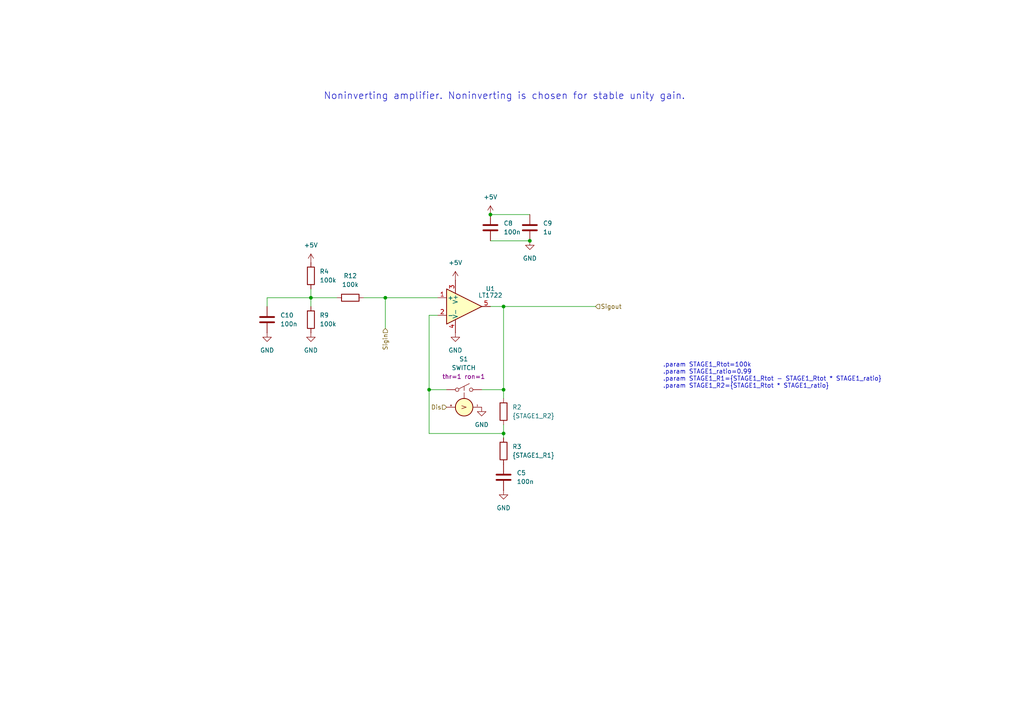
<source format=kicad_sch>
(kicad_sch (version 20250114) (generator "eeschema") (generator_version "9.0")
  (paper "A4")
  (lib_symbols
    (symbol "Device:C" (pin_numbers (hide yes)) (pin_names (offset 0.254))
      (property "Reference" "C" (at 0.635 2.54 0))
      (property "Value" "C" (at 0.635 -2.54 0))
      (symbol "C_0_1"
        (polyline (pts (xy -2.032 0.762) (xy 2.032 0.762)) (stroke (width 0.508)))
        (polyline (pts (xy -2.032 -0.762) (xy 2.032 -0.762)) (stroke (width 0.508)))
      )
      (symbol "C_1_1"
        (pin passive line (at 0 3.81 270) (length 2.794) (name "~") (number "1"))
        (pin passive line (at 0 -3.81 90) (length 2.794) (name "~") (number "2"))
      )
    )
    (symbol "Device:R" (pin_numbers (hide yes)) (pin_names (offset 0))
      (property "Reference" "R" (at 2.032 0 90))
      (property "Value" "R" (at 0 0 90))
      (symbol "R_0_1"
        (rectangle (start -1.016 -2.54) (end 1.016 2.54) (stroke (width 0.254)))
      )
      (symbol "R_1_1"
        (pin passive line (at 0 3.81 270) (length 1.27) (name "~") (number "1"))
        (pin passive line (at 0 -3.81 90) (length 1.27) (name "~") (number "2"))
      )
    )
    (symbol "Simulation_SPICE:OPAMP" (pin_names (offset 0.254))
      (property "Reference" "U" (at 3.81 3.175 0))
      (property "Value" "${SIM.PARAMS}" (at 3.81 -3.175 0))
      (symbol "OPAMP_0_1"
        (polyline (pts (xy 5.08 0) (xy -5.08 5.08) (xy -5.08 -5.08) (xy 5.08 0)) (stroke (width 0.254)) (fill (type background)))
      )
      (symbol "OPAMP_1_1"
        (pin input line (at -7.62 2.54 0) (length 2.54) (name "+") (number "1"))
        (pin input line (at -7.62 -2.54 0) (length 2.54) (name "-") (number "2"))
        (pin power_in line (at -2.54 7.62 270) (length 3.81) (name "V+") (number "3"))
        (pin power_in line (at -2.54 -7.62 90) (length 3.81) (name "V-") (number "4"))
        (pin output line (at 7.62 0 180) (length 2.54) (name "~") (number "5"))
      )
    )
    (symbol "Simulation_SPICE:SWITCH" (pin_numbers (hide yes)) (pin_names (offset 1.016) (hide yes))
      (property "Reference" "S" (at 2.54 2.54 0))
      (property "Value" "SWITCH" (at 2.54 0 0))
      (property "Sim.Params" "thr=0 ron=1" (at 2.54 -2.54 0))
      (symbol "SWITCH_0_1"
        (circle (center 0 2.032) (radius 0.508))
        (circle (center 0 -2.032) (radius 0.508))
        (polyline (pts (xy 0.254 1.524) (xy 1.778 -1.524)))
      )
      (symbol "SWITCH_1_1"
        (circle (center -5.08 0) (radius 2.54) (stroke (width 0.254)) (fill (type background)))
        (polyline (pts (xy -4.826 3.81) (xy -4.318 3.81)))
        (polyline (pts (xy -4.826 -3.81) (xy -4.318 -3.81)))
        (polyline (pts (xy -4.572 4.064) (xy -4.572 3.556)))
        (polyline (pts (xy -2.54 0) (xy 0.889 0)) (stroke (width 0) (type dash)))
        (text "V" (at -5.08 0 0) (effects (font (size 1.27 1.27))))
        (pin input line (at -5.08 5.08 270) (length 2.54) (name "C+") (number "3"))
        (pin input line (at -5.08 -5.08 90) (length 2.54) (name "C-") (number "4"))
        (pin passive line (at 0 5.08 270) (length 2.54) (name "N+") (number "1"))
        (pin passive line (at 0 -5.08 90) (length 2.54) (name "N-") (number "2"))
      )
    )
    (symbol "power:+5V" (power) (pin_numbers (hide yes)) (pin_names (offset 0) (hide yes))
      (property "Value" "+5V" (at 0 3.556 0))
      (symbol "+5V_0_1"
        (polyline (pts (xy -0.762 1.27) (xy 0 2.54)))
        (polyline (pts (xy 0 2.54) (xy 0.762 1.27)))
        (polyline (pts (xy 0 0) (xy 0 2.54)))
      )
      (symbol "+5V_1_1"
        (pin power_in line (at 0 0 90) (length 0) (name "~") (number "1"))
      )
    )
    (symbol "power:GND" (power) (pin_numbers (hide yes)) (pin_names (offset 0) (hide yes))
      (property "Value" "GND" (at 0 -3.81 0))
      (symbol "GND_0_1"
        (polyline (pts (xy 0 0) (xy 0 -1.27) (xy 1.27 -1.27) (xy 0 -2.54) (xy -1.27 -1.27) (xy 0 -1.27)))
      )
      (symbol "GND_1_1"
        (pin power_in line (at 0 0 270) (length 0) (name "~") (number "1"))
      )
    )
  )
  (text ".param STAGE1_Rtot=100k\n.param STAGE1_ratio=0.99\n.param STAGE1_R1={STAGE1_Rtot - STAGE1_Rtot * STAGE1_ratio}\n.param STAGE1_R2={STAGE1_Rtot * STAGE1_ratio}" (at 192.278 108.966 0) (effects (font (size 1.27 1.27)) (justify left)))
  (text "Noninverting amplifier. Noninverting is chosen for stable unity gain." (at 146.304 27.94 0) (effects (font (size 2 2))))
  (junction (at 146.05 125.73))
  (junction (at 153.67 69.85))
  (junction (at 146.05 113.03))
  (junction (at 111.76 86.36))
  (junction (at 146.05 88.9))
  (junction (at 90.17 86.36))
  (junction (at 124.46 113.03))
  (junction (at 142.24 62.23))
  (wire (pts (xy 90.17 86.36) (xy 97.79 86.36)))
  (wire (pts (xy 105.41 86.36) (xy 111.76 86.36)))
  (wire (pts (xy 142.24 69.85) (xy 153.67 69.85)))
  (wire (pts (xy 146.05 88.9) (xy 172.72 88.9)))
  (wire (pts (xy 142.24 62.23) (xy 153.67 62.23)))
  (wire (pts (xy 146.05 123.19) (xy 146.05 125.73)))
  (wire (pts (xy 124.46 91.44) (xy 124.46 113.03)))
  (wire (pts (xy 77.47 86.36) (xy 90.17 86.36)))
  (wire (pts (xy 142.24 88.9) (xy 146.05 88.9)))
  (wire (pts (xy 146.05 125.73) (xy 146.05 127)))
  (wire (pts (xy 111.76 86.36) (xy 127 86.36)))
  (wire (pts (xy 146.05 88.9) (xy 146.05 113.03)))
  (wire (pts (xy 146.05 113.03) (xy 146.05 115.57)))
  (wire (pts (xy 124.46 113.03) (xy 129.54 113.03)))
  (wire (pts (xy 90.17 83.82) (xy 90.17 86.36)))
  (wire (pts (xy 139.7 113.03) (xy 146.05 113.03)))
  (wire (pts (xy 111.76 95.25) (xy 111.76 86.36)))
  (wire (pts (xy 124.46 113.03) (xy 124.46 125.73)))
  (wire (pts (xy 124.46 91.44) (xy 127 91.44)))
  (wire (pts (xy 77.47 88.9) (xy 77.47 86.36)))
  (wire (pts (xy 90.17 86.36) (xy 90.17 88.9)))
  (wire (pts (xy 124.46 125.73) (xy 146.05 125.73)))
  (hierarchical_label "Sigout" (shape input) (at 172.72 88.9 0))
  (hierarchical_label "Dis" (shape input) (at 129.54 118.11 180))
  (hierarchical_label "Sigin" (shape input) (at 111.76 95.25 270))
  (symbol (lib_id "Simulation_SPICE:OPAMP") (at 134.62 88.9 0) (unit 1)
    (property "Reference" "U1" (at 142.24 83.7498 0))
    (property "Value" "LT1722" (at 142.24 85.6549 0))
    (property "Datasheet" "https://ngspice.sourceforge.io/docs/ngspice-html-manual/manual.xhtml#sec__SUBCKT_Subcircuits" (effects (hide yes)))
    (property "Description" "Operational amplifier, single" (effects (hide yes)))
    (property "Sim.Pins" "1=3 2=2 3=7 4=4 5=6" (effects (hide yes)))
    (property "Sim.Device" "SUBCKT" (effects (hide yes)))
    (property "Sim.Library" "spice_models/LinearTech.lib" (effects (hide yes)))
    (property "Sim.Name" "LT1722" (effects (hide yes)))
  )
  (symbol (lib_id "Device:C") (at 146.05 138.43 0) (unit 1)
    (property "Reference" "C5" (at 149.86 137.1599 0) (effects (justify left)))
    (property "Value" "100n" (at 149.86 139.6999 0) (effects (justify left)))
    (property "Description" "Unpolarized capacitor" (effects (hide yes)))
  )
  (symbol (lib_id "Device:R") (at 146.05 130.81 0) (unit 1)
    (property "Reference" "R3" (at 148.59 129.5399 0) (effects (justify left)))
    (property "Value" "{STAGE1_R1}" (at 148.59 132.0799 0) (effects (justify left)))
    (property "Description" "Resistor" (effects (hide yes)))
  )
  (symbol (lib_id "Device:C") (at 77.47 92.71 0) (unit 1)
    (property "Reference" "C10" (at 81.28 91.4399 0) (effects (justify left)))
    (property "Value" "100n" (at 81.28 93.9799 0) (effects (justify left)))
    (property "Description" "Unpolarized capacitor" (effects (hide yes)))
  )
  (symbol (lib_id "Device:C") (at 142.24 66.04 0) (unit 1)
    (property "Reference" "C8" (at 146.05 64.7699 0) (effects (justify left)))
    (property "Value" "100n" (at 146.05 67.3099 0) (effects (justify left)))
    (property "Description" "Unpolarized capacitor" (effects (hide yes)))
  )
  (symbol (lib_id "Device:R") (at 90.17 80.01 0) (unit 1)
    (property "Reference" "R4" (at 92.71 78.7399 0) (effects (justify left)))
    (property "Value" "100k" (at 92.71 81.2799 0) (effects (justify left)))
    (property "Description" "Resistor" (effects (hide yes)))
  )
  (symbol (lib_id "Device:R") (at 90.17 92.71 0) (unit 1)
    (property "Reference" "R9" (at 92.71 91.4399 0) (effects (justify left)))
    (property "Value" "100k" (at 92.71 93.9799 0) (effects (justify left)))
    (property "Description" "Resistor" (effects (hide yes)))
  )
  (symbol (lib_id "Device:R") (at 101.6 86.36 90) (unit 1)
    (property "Reference" "R12" (at 101.6 80.01 90))
    (property "Value" "100k" (at 101.6 82.55 90))
    (property "Description" "Resistor" (effects (hide yes)))
  )
  (symbol (lib_id "power:GND") (at 90.17 96.52 0) (unit 1)
    (property "Reference" "#PWR020" (effects (hide yes)))
    (property "Value" "GND" (at 90.17 101.6 0))
    (property "Description" "Power symbol creates a global label with name \"GND\" , ground" (effects (hide yes)))
  )
  (symbol (lib_id "power:GND") (at 146.05 142.24 0) (unit 1)
    (property "Reference" "#PWR011" (effects (hide yes)))
    (property "Value" "GND" (at 146.05 147.32 0))
    (property "Description" "Power symbol creates a global label with name \"GND\" , ground" (effects (hide yes)))
  )
  (symbol (lib_id "power:+5V") (at 90.17 76.2 0) (unit 1)
    (property "Reference" "#PWR019" (effects (hide yes)))
    (property "Value" "+5V" (at 90.17 71.12 0))
    (property "Description" "Power symbol creates a global label with name \"+5V\"" (effects (hide yes)))
  )
  (symbol (lib_id "Device:R") (at 146.05 119.38 0) (unit 1)
    (property "Reference" "R2" (at 148.59 118.1099 0) (effects (justify left)))
    (property "Value" "{STAGE1_R2}" (at 148.59 120.6499 0) (effects (justify left)))
    (property "Description" "Resistor" (effects (hide yes)))
  )
  (symbol (lib_id "power:GND") (at 77.47 96.52 0) (unit 1)
    (property "Reference" "#PWR025" (effects (hide yes)))
    (property "Value" "GND" (at 77.47 101.6 0))
    (property "Description" "Power symbol creates a global label with name \"GND\" , ground" (effects (hide yes)))
  )
  (symbol (lib_id "Device:C") (at 153.67 66.04 0) (unit 1)
    (property "Reference" "C9" (at 157.48 64.7699 0) (effects (justify left)))
    (property "Value" "1u" (at 157.48 67.3099 0) (effects (justify left)))
    (property "Description" "Unpolarized capacitor" (effects (hide yes)))
  )
  (symbol (lib_id "power:GND") (at 139.7 118.11 0) (unit 1)
    (property "Reference" "#PWR09" (effects (hide yes)))
    (property "Value" "GND" (at 139.7 123.19 0))
    (property "Description" "Power symbol creates a global label with name \"GND\" , ground" (effects (hide yes)))
  )
  (symbol (lib_id "Simulation_SPICE:SWITCH") (at 134.62 113.03 90) (unit 1)
    (property "Reference" "S1" (at 134.493 104.14 90))
    (property "Value" "SWITCH" (at 134.493 106.68 90))
    (property "Datasheet" "https://ngspice.sourceforge.io/docs/ngspice-html-manual/manual.xhtml#subsec_Switches" (effects (hide yes)))
    (property "Description" "Voltage controlled switch symbol for simulation only" (effects (hide yes)))
    (property "Sim.Device" "SW" (effects (hide yes)))
    (property "Sim.Type" "V" (effects (hide yes)))
    (property "Sim.Params" "thr=1 ron=1" (at 134.493 109.22 90))
    (property "Sim.Pins" "1=no+ 2=no- 3=ctrl+ 4=ctrl-" (effects (hide yes)))
  )
  (symbol (lib_id "power:GND") (at 153.67 69.85 0) (unit 1)
    (property "Reference" "#PWR018" (effects (hide yes)))
    (property "Value" "GND" (at 153.67 74.93 0))
    (property "Description" "Power symbol creates a global label with name \"GND\" , ground" (effects (hide yes)))
  )
  (symbol (lib_id "power:GND") (at 132.08 96.52 0) (unit 1)
    (property "Reference" "#PWR06" (effects (hide yes)))
    (property "Value" "GND" (at 132.08 101.6 0))
    (property "Description" "Power symbol creates a global label with name \"GND\" , ground" (effects (hide yes)))
  )
  (symbol (lib_id "power:+5V") (at 142.24 62.23 0) (unit 1)
    (property "Reference" "#PWR016" (effects (hide yes)))
    (property "Value" "+5V" (at 142.24 57.15 0))
    (property "Description" "Power symbol creates a global label with name \"+5V\"" (effects (hide yes)))
  )
  (symbol (lib_id "power:+5V") (at 132.08 81.28 0) (unit 1)
    (property "Reference" "#PWR04" (effects (hide yes)))
    (property "Value" "+5V" (at 132.08 76.2 0))
    (property "Description" "Power symbol creates a global label with name \"+5V\"" (effects (hide yes)))
  )
)
</source>
